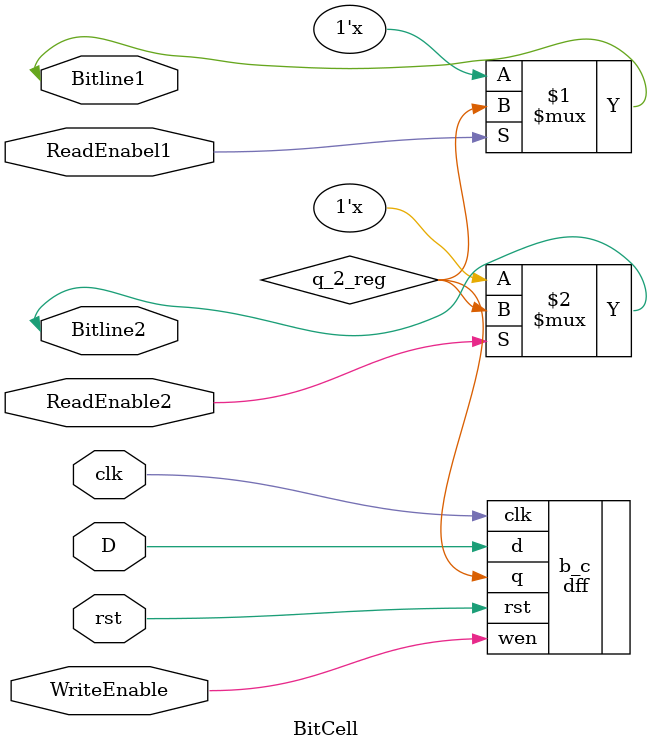
<source format=v>
module BitCell(clk, rst, D, WriteEnable, ReadEnabel1, ReadEnable2, Bitline1, Bitline2);

input clk, rst, D, WriteEnable, ReadEnabel1, ReadEnable2;

inout Bitline1, Bitline2;

reg q_2_reg;

dff b_c(.q(q_2_reg), .d(D), .wen(WriteEnable), .clk(clk), .rst(rst));

assign Bitline1 = (ReadEnabel1) ? q_2_reg : 1'bz;
assign Bitline2 = (ReadEnable2) ? q_2_reg : 1'bz;

endmodule
</source>
